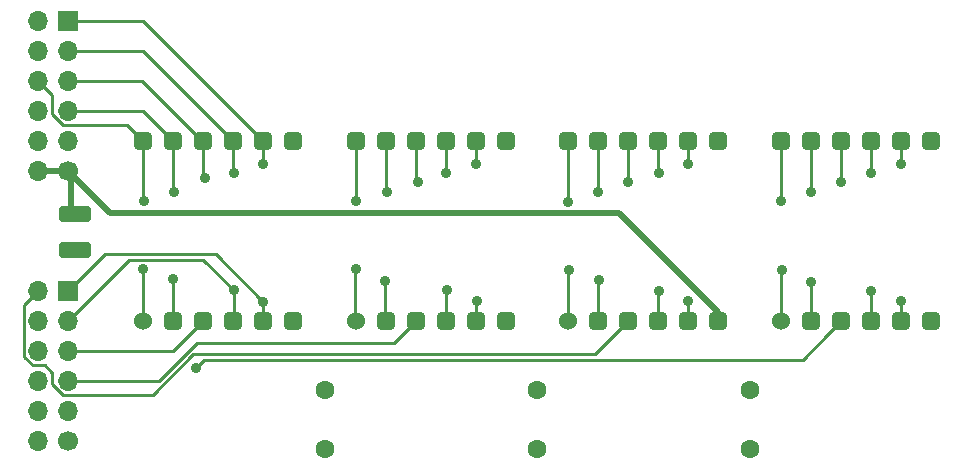
<source format=gtl>
G04 #@! TF.GenerationSoftware,KiCad,Pcbnew,7.0.9*
G04 #@! TF.CreationDate,2024-09-19T22:53:54+02:00*
G04 #@! TF.ProjectId,hpdl_1414_pmod,6870646c-5f31-4343-9134-5f706d6f642e,rev?*
G04 #@! TF.SameCoordinates,Original*
G04 #@! TF.FileFunction,Copper,L1,Top*
G04 #@! TF.FilePolarity,Positive*
%FSLAX46Y46*%
G04 Gerber Fmt 4.6, Leading zero omitted, Abs format (unit mm)*
G04 Created by KiCad (PCBNEW 7.0.9) date 2024-09-19 22:53:54*
%MOMM*%
%LPD*%
G01*
G04 APERTURE LIST*
G04 Aperture macros list*
%AMRoundRect*
0 Rectangle with rounded corners*
0 $1 Rounding radius*
0 $2 $3 $4 $5 $6 $7 $8 $9 X,Y pos of 4 corners*
0 Add a 4 corners polygon primitive as box body*
4,1,4,$2,$3,$4,$5,$6,$7,$8,$9,$2,$3,0*
0 Add four circle primitives for the rounded corners*
1,1,$1+$1,$2,$3*
1,1,$1+$1,$4,$5*
1,1,$1+$1,$6,$7*
1,1,$1+$1,$8,$9*
0 Add four rect primitives between the rounded corners*
20,1,$1+$1,$2,$3,$4,$5,0*
20,1,$1+$1,$4,$5,$6,$7,0*
20,1,$1+$1,$6,$7,$8,$9,0*
20,1,$1+$1,$8,$9,$2,$3,0*%
G04 Aperture macros list end*
G04 #@! TA.AperFunction,ComponentPad*
%ADD10C,1.600000*%
G04 #@! TD*
G04 #@! TA.AperFunction,ComponentPad*
%ADD11C,1.524000*%
G04 #@! TD*
G04 #@! TA.AperFunction,ComponentPad*
%ADD12RoundRect,0.381000X-0.381000X-0.381000X0.381000X-0.381000X0.381000X0.381000X-0.381000X0.381000X0*%
G04 #@! TD*
G04 #@! TA.AperFunction,ComponentPad*
%ADD13R,1.700000X1.700000*%
G04 #@! TD*
G04 #@! TA.AperFunction,ComponentPad*
%ADD14O,1.700000X1.700000*%
G04 #@! TD*
G04 #@! TA.AperFunction,ComponentPad*
%ADD15C,1.700000*%
G04 #@! TD*
G04 #@! TA.AperFunction,SMDPad,CuDef*
%ADD16RoundRect,0.250000X1.100000X-0.412500X1.100000X0.412500X-1.100000X0.412500X-1.100000X-0.412500X0*%
G04 #@! TD*
G04 #@! TA.AperFunction,ViaPad*
%ADD17C,0.900000*%
G04 #@! TD*
G04 #@! TA.AperFunction,Conductor*
%ADD18C,0.500000*%
G04 #@! TD*
G04 #@! TA.AperFunction,Conductor*
%ADD19C,0.250000*%
G04 #@! TD*
G04 APERTURE END LIST*
D10*
X146500000Y-85500000D03*
X146500000Y-90500000D03*
D11*
X131150000Y-79620000D03*
D12*
X133690000Y-79620000D03*
X136230000Y-79620000D03*
X138770000Y-79620000D03*
X141310000Y-79620000D03*
X143850000Y-79620000D03*
X143850000Y-64380000D03*
X141310000Y-64380000D03*
X138770000Y-64380000D03*
X136230000Y-64380000D03*
X133690000Y-64380000D03*
X131150000Y-64380000D03*
D11*
X149150000Y-79620000D03*
D12*
X151690000Y-79620000D03*
X154230000Y-79620000D03*
X156770000Y-79620000D03*
X159310000Y-79620000D03*
X161850000Y-79620000D03*
X161850000Y-64380000D03*
X159310000Y-64380000D03*
X156770000Y-64380000D03*
X154230000Y-64380000D03*
X151690000Y-64380000D03*
X149150000Y-64380000D03*
D11*
X113150000Y-79620000D03*
D12*
X115690000Y-79620000D03*
X118230000Y-79620000D03*
X120770000Y-79620000D03*
X123310000Y-79620000D03*
X125850000Y-79620000D03*
X125850000Y-64380000D03*
X123310000Y-64380000D03*
X120770000Y-64380000D03*
X118230000Y-64380000D03*
X115690000Y-64380000D03*
X113150000Y-64380000D03*
D11*
X167150000Y-79620000D03*
D12*
X169690000Y-79620000D03*
X172230000Y-79620000D03*
X174770000Y-79620000D03*
X177310000Y-79620000D03*
X179850000Y-79620000D03*
X179850000Y-64380000D03*
X177310000Y-64380000D03*
X174770000Y-64380000D03*
X172230000Y-64380000D03*
X169690000Y-64380000D03*
X167150000Y-64380000D03*
D13*
X106800000Y-77080000D03*
D14*
X106800000Y-79620000D03*
X106800000Y-82160000D03*
X106800000Y-84700000D03*
X106800000Y-87240000D03*
D15*
X106800000Y-89780000D03*
D14*
X104260000Y-77080000D03*
X104260000Y-79620000D03*
X104260000Y-82160000D03*
X104260000Y-84700000D03*
X104260000Y-87240000D03*
X104260000Y-89780000D03*
D10*
X164500000Y-85500000D03*
X164500000Y-90500000D03*
D13*
X106800000Y-54220000D03*
D14*
X106800000Y-56760000D03*
X106800000Y-59300000D03*
X106800000Y-61840000D03*
X106800000Y-64380000D03*
D15*
X106800000Y-66920000D03*
D14*
X104260000Y-54220000D03*
X104260000Y-56760000D03*
X104260000Y-59300000D03*
X104260000Y-61840000D03*
X104260000Y-64380000D03*
X104260000Y-66920000D03*
D16*
X107400000Y-73662500D03*
X107400000Y-70537500D03*
D10*
X128500000Y-85500000D03*
X128500000Y-90500000D03*
D17*
X156800000Y-77125500D03*
X120830000Y-77037750D03*
X138830000Y-77037750D03*
X174800000Y-77125500D03*
X177300000Y-77900000D03*
X123300000Y-78000000D03*
X141400000Y-77900000D03*
X159300000Y-77900000D03*
X149150000Y-69550000D03*
X131200000Y-69500000D03*
X113200000Y-69500000D03*
X167150000Y-69474500D03*
X167200000Y-75300000D03*
X131150000Y-75215000D03*
X149200000Y-75300000D03*
X113150000Y-75215000D03*
X151700000Y-76200000D03*
X169700000Y-76300000D03*
X133650000Y-76215000D03*
X115650000Y-76115000D03*
X117600000Y-83600000D03*
X123300000Y-66300000D03*
X177300000Y-66300000D03*
X141300000Y-66300000D03*
X159300000Y-66300000D03*
X156800000Y-67100000D03*
X138800000Y-67074500D03*
X174800000Y-67100000D03*
X120800000Y-67100000D03*
X154200000Y-67900000D03*
X118400000Y-67500000D03*
X136400000Y-67900000D03*
X172200000Y-67874500D03*
X169690000Y-68700000D03*
X133750000Y-68674500D03*
X151690000Y-68710000D03*
X115750000Y-68674500D03*
D18*
X110330000Y-70450000D02*
X153442000Y-70450000D01*
X153442000Y-70450000D02*
X161850000Y-78858000D01*
X107000000Y-67120000D02*
X106800000Y-66920000D01*
X104260000Y-66920000D02*
X106800000Y-66920000D01*
X107000000Y-70137500D02*
X107000000Y-67120000D01*
X107400000Y-70537500D02*
X107000000Y-70137500D01*
X106800000Y-66920000D02*
X110330000Y-70450000D01*
X161850000Y-78858000D02*
X161850000Y-79620000D01*
D19*
X138800000Y-79532250D02*
X138800000Y-77067750D01*
X156770000Y-77155500D02*
X156770000Y-79620000D01*
X120800000Y-77067750D02*
X120800000Y-79532250D01*
X120830000Y-77037750D02*
X118232250Y-74440000D01*
X156800000Y-77125500D02*
X156770000Y-77155500D01*
X111980000Y-74440000D02*
X106800000Y-79620000D01*
X118232250Y-74440000D02*
X111980000Y-74440000D01*
X174770000Y-77155500D02*
X174800000Y-77125500D01*
X174770000Y-79620000D02*
X174770000Y-77155500D01*
X123300000Y-78000000D02*
X123310000Y-78010000D01*
X141310000Y-79620000D02*
X141310000Y-77990000D01*
X109890000Y-73990000D02*
X106800000Y-77080000D01*
X123310000Y-78010000D02*
X123310000Y-79620000D01*
X159300000Y-77900000D02*
X159300000Y-79610000D01*
X177310000Y-77910000D02*
X177300000Y-77900000D01*
X141310000Y-77990000D02*
X141400000Y-77900000D01*
X177310000Y-79620000D02*
X177310000Y-77910000D01*
X159300000Y-79610000D02*
X159310000Y-79620000D01*
X123300000Y-78000000D02*
X119290000Y-73990000D01*
X119290000Y-73990000D02*
X109890000Y-73990000D01*
X115690000Y-82160000D02*
X106800000Y-82160000D01*
X118230000Y-79620000D02*
X115690000Y-82160000D01*
X117700000Y-81500000D02*
X114500000Y-84700000D01*
X134350000Y-81500000D02*
X117700000Y-81500000D01*
X136230000Y-79620000D02*
X134350000Y-81500000D01*
X114500000Y-84700000D02*
X106800000Y-84700000D01*
X113961396Y-85875000D02*
X106313299Y-85875000D01*
X106313299Y-85875000D02*
X105435000Y-84996701D01*
X103085000Y-78255000D02*
X104260000Y-77080000D01*
X105435000Y-84023299D02*
X104811701Y-83400000D01*
X103085000Y-82646701D02*
X103085000Y-78255000D01*
X104811701Y-83400000D02*
X103838299Y-83400000D01*
X105435000Y-84996701D02*
X105435000Y-84023299D01*
X103838299Y-83400000D02*
X103085000Y-82646701D01*
X154230000Y-79620000D02*
X151400000Y-82450000D01*
X117386396Y-82450000D02*
X113961396Y-85875000D01*
X151400000Y-82450000D02*
X117386396Y-82450000D01*
X131150000Y-64380000D02*
X131150000Y-69450000D01*
X167150000Y-69474500D02*
X167150000Y-64380000D01*
X131150000Y-69450000D02*
X131200000Y-69500000D01*
X113150000Y-64380000D02*
X113150000Y-69450000D01*
X113150000Y-64380000D02*
X111785000Y-63015000D01*
X106313299Y-63015000D02*
X105435000Y-62136701D01*
X105435000Y-60475000D02*
X104260000Y-59300000D01*
X105435000Y-62136701D02*
X105435000Y-60475000D01*
X149150000Y-69550000D02*
X149150000Y-64380000D01*
X111785000Y-63015000D02*
X106313299Y-63015000D01*
X149200000Y-75300000D02*
X149150000Y-75350000D01*
X113100000Y-75265000D02*
X113100000Y-79535000D01*
X167150000Y-79620000D02*
X167150000Y-75350000D01*
X167150000Y-75350000D02*
X167200000Y-75300000D01*
X149150000Y-75350000D02*
X149150000Y-79620000D01*
X131100000Y-79535000D02*
X131100000Y-75265000D01*
X169690000Y-76310000D02*
X169700000Y-76300000D01*
X151700000Y-76200000D02*
X151690000Y-76210000D01*
X115640000Y-76125000D02*
X115640000Y-79535000D01*
X133640000Y-79535000D02*
X133640000Y-76225000D01*
X169690000Y-79620000D02*
X169690000Y-76310000D01*
X151690000Y-76210000D02*
X151690000Y-79620000D01*
X171143000Y-80757000D02*
X171143000Y-80707000D01*
X171143000Y-80707000D02*
X172230000Y-79620000D01*
X118300000Y-82900000D02*
X169000000Y-82900000D01*
X117600000Y-83600000D02*
X118300000Y-82900000D01*
X169000000Y-82900000D02*
X171143000Y-80757000D01*
X159300000Y-66300000D02*
X159300000Y-64390000D01*
X177310000Y-66290000D02*
X177300000Y-66300000D01*
X123310000Y-64380000D02*
X123310000Y-66290000D01*
X141310000Y-66290000D02*
X141300000Y-66300000D01*
X159300000Y-64390000D02*
X159310000Y-64380000D01*
X113150000Y-54220000D02*
X123310000Y-64380000D01*
X177310000Y-64380000D02*
X177310000Y-66290000D01*
X141310000Y-64380000D02*
X141310000Y-66290000D01*
X123310000Y-66290000D02*
X123300000Y-66300000D01*
X106800000Y-54220000D02*
X113150000Y-54220000D01*
X113150000Y-56760000D02*
X106800000Y-56760000D01*
X174770000Y-67070000D02*
X174800000Y-67100000D01*
X138770000Y-64380000D02*
X138770000Y-67044500D01*
X174770000Y-64380000D02*
X174770000Y-67070000D01*
X120770000Y-64380000D02*
X120770000Y-67070000D01*
X156770000Y-67070000D02*
X156770000Y-64380000D01*
X120770000Y-64380000D02*
X113150000Y-56760000D01*
X156800000Y-67100000D02*
X156770000Y-67070000D01*
X138770000Y-67044500D02*
X138800000Y-67074500D01*
X120770000Y-67070000D02*
X120800000Y-67100000D01*
X118080000Y-64380000D02*
X113000000Y-59300000D01*
X154200000Y-67900000D02*
X154230000Y-67870000D01*
X118230000Y-64380000D02*
X118080000Y-64380000D01*
X136230000Y-64380000D02*
X136230000Y-67730000D01*
X154230000Y-67870000D02*
X154230000Y-64380000D01*
X136230000Y-67730000D02*
X136400000Y-67900000D01*
X118230000Y-67330000D02*
X118230000Y-64380000D01*
X113000000Y-59300000D02*
X106800000Y-59300000D01*
X118400000Y-67500000D02*
X118230000Y-67330000D01*
X172230000Y-64380000D02*
X172230000Y-67844500D01*
X172230000Y-67844500D02*
X172200000Y-67874500D01*
X133690000Y-68590000D02*
X133690000Y-64380000D01*
X115690000Y-64380000D02*
X113150000Y-61840000D01*
X133750000Y-68650000D02*
X133690000Y-68590000D01*
X133750000Y-68674500D02*
X133750000Y-68650000D01*
X151690000Y-68710000D02*
X151690000Y-64380000D01*
X113150000Y-61840000D02*
X106800000Y-61840000D01*
X115690000Y-68590000D02*
X115690000Y-64380000D01*
X169690000Y-68700000D02*
X169690000Y-64380000D01*
M02*

</source>
